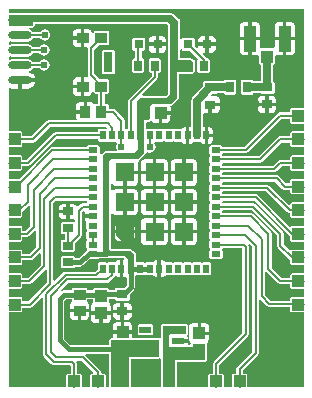
<source format=gtl>
G04 Layer_Physical_Order=1*
G04 Layer_Color=255*
%FSLAX25Y25*%
%MOIN*%
G70*
G01*
G75*
%ADD10R,0.04134X0.08661*%
%ADD11R,0.03937X0.04134*%
%ADD12R,0.03937X0.02362*%
%ADD13R,0.03543X0.02756*%
%ADD14R,0.03740X0.02953*%
%ADD15R,0.03937X0.03543*%
%ADD16R,0.03543X0.03937*%
%ADD17O,0.07874X0.02756*%
%ADD18R,0.04134X0.03937*%
%ADD19R,0.02756X0.03543*%
%ADD20R,0.02953X0.03740*%
%ADD21R,0.01968X0.03150*%
%ADD22R,0.03150X0.01968*%
%ADD23R,0.06299X0.06299*%
%ADD24R,0.03937X0.03937*%
%ADD25R,0.03150X0.06693*%
%ADD26R,0.03937X0.03543*%
%ADD27R,0.03150X0.03150*%
%ADD28C,0.01000*%
%ADD29C,0.01500*%
%ADD30C,0.01200*%
%ADD31C,0.00800*%
%ADD32C,0.02500*%
%ADD33C,0.00600*%
%ADD34C,0.00799*%
%ADD35R,0.03937X0.03937*%
%ADD36C,0.02400*%
G36*
X98425Y93169D02*
X94488D01*
X94029Y92979D01*
X93839Y92520D01*
Y91634D01*
X90551D01*
X90551Y91634D01*
X89786Y91316D01*
X89786Y91316D01*
X78644Y80174D01*
X71279D01*
X71129Y80535D01*
X70670Y80726D01*
X67520D01*
X67061Y80535D01*
X66871Y80076D01*
Y78108D01*
X66963Y77886D01*
X67035Y77517D01*
X66963Y77148D01*
X66871Y76927D01*
Y74958D01*
X67061Y74499D01*
X67061Y74236D01*
X66871Y73777D01*
Y71808D01*
X66963Y71587D01*
X67035Y71218D01*
X66963Y70849D01*
X66871Y70627D01*
Y68659D01*
X67061Y68200D01*
X67061Y67937D01*
X66871Y67478D01*
Y65509D01*
X67061Y65050D01*
X67061Y64787D01*
X66871Y64328D01*
Y62360D01*
X66963Y62138D01*
X67035Y61769D01*
X66963Y61400D01*
X66871Y61179D01*
Y59210D01*
X67061Y58751D01*
X67061Y58488D01*
X66871Y58029D01*
Y56060D01*
X67061Y55601D01*
X67061Y55339D01*
X66871Y54879D01*
Y52911D01*
X66963Y52689D01*
X67035Y52320D01*
X66963Y51951D01*
X66871Y51730D01*
Y49761D01*
X67061Y49302D01*
X67061Y49039D01*
X66871Y48580D01*
Y46612D01*
X66963Y46390D01*
X67035Y46021D01*
X66963Y45652D01*
X66871Y45430D01*
Y43462D01*
X67061Y43003D01*
X67520Y42813D01*
X70670D01*
X71129Y43003D01*
X71320Y43462D01*
Y45430D01*
X71228Y45652D01*
X71146Y46069D01*
X71444Y46514D01*
X77872D01*
X77930Y46456D01*
Y18132D01*
X68325Y8527D01*
X68008Y7762D01*
X68008Y7762D01*
Y4586D01*
X67122D01*
X66663Y4396D01*
X66473Y3937D01*
Y0D01*
X56149D01*
Y8351D01*
X65347D01*
X65466Y8400D01*
X65595D01*
X65687Y8491D01*
X65806Y8541D01*
X65855Y8660D01*
X65947Y8751D01*
X66138Y9213D01*
Y9343D01*
X66188Y9462D01*
X66149Y9554D01*
Y13500D01*
X66036Y13773D01*
Y14567D01*
X66028Y14588D01*
X66289Y15237D01*
X66291Y15238D01*
X66665Y16142D01*
Y20276D01*
X66291Y21180D01*
X65387Y21554D01*
X61450D01*
X60546Y21180D01*
X60171Y20276D01*
Y16142D01*
X60546Y15238D01*
X60548Y15237D01*
X60784Y14649D01*
X60591Y14149D01*
X59773D01*
X59660Y14319D01*
Y14909D01*
X56413D01*
Y16091D01*
X59660D01*
Y16681D01*
X59439Y17216D01*
X59459Y17224D01*
X59649Y17683D01*
Y20500D01*
X59459Y20959D01*
X59000Y21149D01*
X51500D01*
X51041Y20959D01*
X50851Y20500D01*
Y16521D01*
X50350Y16304D01*
X50000Y16449D01*
X41247D01*
Y17764D01*
X38000D01*
X34753D01*
Y16449D01*
X34200D01*
X33741Y16259D01*
X33551Y15800D01*
Y14107D01*
X20580D01*
X18461Y16226D01*
Y28686D01*
X19161Y29386D01*
X21030D01*
Y29075D01*
X21108Y28887D01*
X20916Y28266D01*
X20775Y28207D01*
X20401Y27304D01*
Y26122D01*
X26894D01*
Y27304D01*
X26520Y28207D01*
X26379Y28266D01*
X26187Y28887D01*
X26265Y29075D01*
Y29386D01*
X28133D01*
Y28386D01*
X28141Y28366D01*
X27880Y27716D01*
X27878Y27715D01*
X27504Y26811D01*
Y25335D01*
X33998D01*
Y26811D01*
X33623Y27715D01*
X33621Y27716D01*
X33360Y28366D01*
X33369Y28386D01*
Y29583D01*
X35335D01*
Y29567D01*
X35525Y29108D01*
X35984Y28918D01*
X39724D01*
X40183Y29108D01*
X40374Y29567D01*
Y30950D01*
X41782Y32359D01*
X41782Y32359D01*
X42210Y33392D01*
Y37083D01*
X42682Y37368D01*
X42766Y37362D01*
X42914Y37301D01*
X44883D01*
X45342Y37491D01*
X45605Y37491D01*
X46064Y37301D01*
X48032D01*
X48239Y37215D01*
X48309Y37046D01*
X49213Y36672D01*
X49607D01*
Y39525D01*
Y42378D01*
X49213D01*
X48309Y42004D01*
X48239Y41835D01*
X48032Y41749D01*
X46064D01*
X45605Y41559D01*
X45342Y41559D01*
X44883Y41749D01*
X42914D01*
X42432Y42090D01*
X42432Y44575D01*
X42408Y44633D01*
X42420Y44695D01*
X42315Y44856D01*
X42241Y45035D01*
X42183Y45059D01*
X42149Y45111D01*
X40945Y45936D01*
X40756Y45976D01*
X40578Y46049D01*
X34558Y46049D01*
X34149Y46459D01*
X34149Y57803D01*
X34649Y57902D01*
X34727Y57715D01*
X35631Y57341D01*
X38190D01*
Y61769D01*
Y66197D01*
X35631D01*
X34727Y65823D01*
X34649Y65636D01*
X34149Y65736D01*
Y67645D01*
X34649Y67745D01*
X34727Y67558D01*
X35631Y67184D01*
X38190D01*
Y71612D01*
X38780D01*
Y72202D01*
X43208D01*
Y74761D01*
X43114Y74989D01*
X43406Y75590D01*
X43528Y75641D01*
X45428Y77541D01*
X45618Y78000D01*
Y78103D01*
X46118Y78437D01*
X47048Y78052D01*
X48426Y78622D01*
X48996Y80000D01*
X48426Y81378D01*
X48644Y81813D01*
X48886Y81925D01*
X49213Y81789D01*
X51182D01*
X51641Y81979D01*
X51904Y81979D01*
X52363Y81789D01*
X54331D01*
X54791Y81979D01*
X55053Y81979D01*
X55513Y81789D01*
X57481D01*
X57688Y81703D01*
X57758Y81534D01*
X58662Y81160D01*
X59056D01*
Y84013D01*
Y86866D01*
X58662D01*
X57758Y86492D01*
X57688Y86323D01*
X57481Y86238D01*
X55513D01*
X55053Y86047D01*
X54791Y86047D01*
X54331Y86238D01*
X52363D01*
X51904Y86047D01*
X51641Y86047D01*
X51182Y86238D01*
X49213D01*
X48754Y86047D01*
X48491Y86047D01*
X48032Y86238D01*
X46064D01*
X46034Y86225D01*
X45618Y86503D01*
Y87966D01*
X45972Y88319D01*
X46379D01*
X46567Y88397D01*
X46764Y88446D01*
X47132Y88717D01*
X47706Y88638D01*
Y88638D01*
X47706Y88638D01*
X48610Y88263D01*
X50087D01*
Y91510D01*
X50677D01*
Y92101D01*
X54023D01*
Y93479D01*
X53919Y93729D01*
X54000Y93850D01*
X54459Y94041D01*
X56459Y96041D01*
X56649Y96500D01*
X56649Y104476D01*
X61100Y104476D01*
X61559Y104666D01*
X61959Y105066D01*
X62150Y105526D01*
X62149Y108600D01*
X62124Y108662D01*
X62137Y108727D01*
X62032Y108885D01*
X61959Y109059D01*
X61897Y109085D01*
X61860Y109140D01*
X61260Y109540D01*
X61075Y109577D01*
X60900Y109649D01*
X57146D01*
X57146Y112565D01*
X57646Y112664D01*
X57789Y112320D01*
X58248Y112130D01*
X60516D01*
X63153Y109493D01*
X63141Y109430D01*
X62950Y108971D01*
Y105427D01*
X63141Y104968D01*
X63600Y104778D01*
X66356D01*
X66815Y104968D01*
X67005Y105427D01*
Y108971D01*
X66815Y109430D01*
X66356Y109620D01*
X65886D01*
X65743Y109965D01*
X65743Y109965D01*
X64707Y111001D01*
X64914Y111501D01*
X65531D01*
Y113764D01*
X63269D01*
Y113146D01*
X62769Y112939D01*
X62047Y113661D01*
Y115929D01*
X61857Y116388D01*
X61398Y116579D01*
X58248D01*
X57789Y116388D01*
X57646Y116044D01*
X57146Y116144D01*
X57146Y122203D01*
X57136Y122228D01*
X57144Y122253D01*
X57042Y122454D01*
X56956Y122662D01*
X56931Y122673D01*
X56919Y122696D01*
X54823Y124493D01*
X54608Y124563D01*
X54400Y124649D01*
X47D01*
Y126000D01*
X98425D01*
Y93169D01*
D02*
G37*
G36*
X93839Y72835D02*
X94029Y72375D01*
X94488Y72185D01*
X98425D01*
Y69547D01*
X94488D01*
X94029Y69357D01*
X93839Y68898D01*
Y68011D01*
X92491D01*
X90094Y70408D01*
X89328Y70726D01*
X89328Y70726D01*
X71279D01*
X71129Y71087D01*
X71129Y71272D01*
X71465Y71710D01*
X88541D01*
X88541Y71710D01*
X89306Y72027D01*
X91000Y73721D01*
X93839D01*
Y72835D01*
D02*
G37*
G36*
X11418Y29765D02*
Y11000D01*
X11418Y11000D01*
X11735Y10235D01*
X14235Y7735D01*
X14235Y7735D01*
X15000Y7418D01*
X20539D01*
X20764Y7193D01*
Y4586D01*
X19878D01*
X19419Y4396D01*
X19229Y3937D01*
Y0D01*
X547D01*
X47Y500D01*
Y24941D01*
X3937D01*
X4396Y25131D01*
X4586Y25591D01*
Y26477D01*
X7028D01*
X7028Y26477D01*
X7793Y26794D01*
X10956Y29956D01*
X11418Y29765D01*
D02*
G37*
G36*
X7240Y60534D02*
Y53803D01*
X5701Y52263D01*
X4586D01*
Y53150D01*
X4396Y53609D01*
X3937Y53799D01*
X47D01*
Y56437D01*
X3937D01*
X4396Y56627D01*
X4586Y57087D01*
Y58587D01*
X6740Y60741D01*
X7240Y60534D01*
D02*
G37*
G36*
X32884Y86570D02*
X32644Y86119D01*
X32506Y86146D01*
X32284Y86238D01*
X30316D01*
X29857Y86047D01*
X29666Y85588D01*
Y85096D01*
X15710D01*
X15710Y85096D01*
X14945Y84779D01*
X14945Y84779D01*
X6052Y75885D01*
X4586D01*
Y76772D01*
X4396Y77231D01*
X3937Y77421D01*
X47D01*
Y80059D01*
X3937D01*
X4396Y80250D01*
X4586Y80709D01*
Y81595D01*
X8000D01*
X8000Y81595D01*
X8765Y81912D01*
X13771Y86918D01*
X32526D01*
X32884Y86570D01*
D02*
G37*
G36*
X92852Y58290D02*
X93617Y57973D01*
X93839Y57541D01*
Y57087D01*
X94029Y56627D01*
X94488Y56437D01*
X98425D01*
Y53799D01*
X94488D01*
X94029Y53609D01*
X93664Y53536D01*
X83091Y64109D01*
X82325Y64426D01*
X82325Y64426D01*
X71279D01*
X71129Y64787D01*
X71129Y64973D01*
X71465Y65411D01*
X85730D01*
X92852Y58290D01*
D02*
G37*
G36*
X89786Y34668D02*
X89786Y34668D01*
X90551Y34351D01*
X93839D01*
Y33465D01*
X94029Y33005D01*
X94488Y32815D01*
X98425D01*
Y30177D01*
X94488D01*
X94029Y29987D01*
X93839Y29528D01*
Y28937D01*
X87271D01*
X85405Y30803D01*
Y38395D01*
X85640Y38506D01*
X85905Y38548D01*
X89786Y34668D01*
D02*
G37*
G36*
X56497Y122203D02*
X56497Y109000D01*
X60900D01*
X61500Y108600D01*
X61500Y105526D01*
X61100Y105125D01*
X56000Y105125D01*
X56000Y96500D01*
X54000Y94500D01*
X47800D01*
X47100Y93651D01*
X47100Y89500D01*
X46379Y88968D01*
X44969Y88968D01*
Y82500D01*
Y78000D01*
X43069Y76100D01*
X34200Y76100D01*
X33500Y75400D01*
X33500Y46000D01*
X34100Y45400D01*
X40578Y45400D01*
X41782Y44575D01*
X41782Y37861D01*
X39765D01*
X39764Y42723D01*
X38788Y43700D01*
X31300Y43700D01*
X31300Y77163D01*
X32137Y78000D01*
X41930D01*
X43038Y79109D01*
X43005Y82500D01*
X42900D01*
Y95300D01*
X44100Y96500D01*
X52682Y96500D01*
X53683Y97697D01*
X53683Y105125D01*
X53683D01*
X53683Y121017D01*
X52800Y121900D01*
X8000Y121900D01*
X8000Y120854D01*
X7646Y120500D01*
X0Y120500D01*
X0Y124000D01*
X54400D01*
X56497Y122203D01*
D02*
G37*
G36*
X10740Y44588D02*
Y40803D01*
X6453Y36516D01*
X4586D01*
Y37402D01*
X4396Y37861D01*
X3937Y38051D01*
X47D01*
Y40689D01*
X3937D01*
X4396Y40879D01*
X4586Y41339D01*
Y42272D01*
X7323D01*
X7323Y42272D01*
X8088Y42589D01*
X10278Y44779D01*
X10740Y44588D01*
D02*
G37*
G36*
X93723Y50416D02*
X93723Y50416D01*
X93839Y50368D01*
Y49213D01*
X94029Y48753D01*
X94488Y48563D01*
X98425D01*
Y45925D01*
X94488D01*
X94029Y45735D01*
X93664Y45662D01*
X91634Y47692D01*
Y51181D01*
X91634Y51181D01*
X91316Y51947D01*
X91316Y51947D01*
X82303Y60960D01*
X81538Y61277D01*
X81538Y61277D01*
X71279D01*
X71129Y61638D01*
X71129Y61823D01*
X71465Y62261D01*
X81877D01*
X93723Y50416D01*
D02*
G37*
G36*
X12740Y39034D02*
Y34803D01*
X6579Y28641D01*
X4586D01*
Y29528D01*
X4396Y29987D01*
X3937Y30177D01*
X47D01*
Y32815D01*
X3937D01*
X4396Y33005D01*
X4586Y33465D01*
Y34351D01*
X6902D01*
X6902Y34351D01*
X7667Y34668D01*
X12240Y39241D01*
X12740Y39034D01*
D02*
G37*
G36*
X89469Y50733D02*
Y47244D01*
X89469Y47244D01*
X89786Y46479D01*
X93723Y42542D01*
X93723Y42542D01*
X93839Y42494D01*
Y41339D01*
X94029Y40879D01*
X94488Y40689D01*
X98425D01*
Y38051D01*
X94488D01*
X94029Y37861D01*
X93839Y37402D01*
Y36516D01*
X91000D01*
X87697Y39818D01*
Y51181D01*
X87697Y51181D01*
X87379Y51947D01*
X87379Y51947D01*
X81516Y57810D01*
X80751Y58127D01*
X80751Y58127D01*
X71279D01*
X71129Y58488D01*
X71129Y58674D01*
X71465Y59112D01*
X81090D01*
X89469Y50733D01*
D02*
G37*
G36*
X52531Y121250D02*
X53034Y120748D01*
X53034Y105125D01*
X53034Y105125D01*
X53034Y97933D01*
X52378Y97149D01*
X44802Y97149D01*
X44611Y97611D01*
X49514Y102515D01*
X49514Y102515D01*
X49831Y103280D01*
X49831Y103280D01*
Y104778D01*
X50127D01*
X50586Y104968D01*
X50776Y105427D01*
Y108971D01*
X50586Y109430D01*
X50127Y109620D01*
X47371D01*
X46912Y109430D01*
X46721Y108971D01*
Y105427D01*
X46912Y104968D01*
X47371Y104778D01*
X47666D01*
Y103729D01*
X39983Y96046D01*
X39666Y95280D01*
X39666Y95280D01*
Y86197D01*
X39305Y86047D01*
X39120Y86047D01*
X38682Y86383D01*
Y88901D01*
X38682Y88901D01*
X38365Y89666D01*
X38365Y89666D01*
X35415Y92616D01*
X34649Y92933D01*
X34649Y92933D01*
X33296D01*
Y93819D01*
X33106Y94279D01*
X32647Y94469D01*
X32003D01*
Y97811D01*
X32890D01*
X33349Y98001D01*
X33539Y98460D01*
Y102004D01*
X33349Y102463D01*
X32890Y102653D01*
X30378D01*
X28582Y104448D01*
Y112504D01*
X30031Y113953D01*
X32890D01*
X33349Y114143D01*
X33539Y114602D01*
Y118146D01*
X33349Y118605D01*
X32890Y118795D01*
X28953D01*
X28493Y118605D01*
X28336Y118225D01*
X28261Y118212D01*
X27911D01*
X27836Y118225D01*
X27494Y119049D01*
X26590Y119424D01*
X25212D01*
Y116374D01*
Y113324D01*
X26170D01*
X26418Y112953D01*
Y104000D01*
X26418Y104000D01*
X26508Y103782D01*
X26174Y103282D01*
X25212D01*
Y100232D01*
Y97182D01*
X26590D01*
X27494Y97556D01*
X27836Y98381D01*
X27911Y98394D01*
X28261D01*
X28336Y98381D01*
X28493Y98001D01*
X28953Y97811D01*
X29839D01*
Y94469D01*
X29103D01*
X28915Y94390D01*
X28294Y94582D01*
X28236Y94723D01*
X27332Y95098D01*
X26151D01*
Y91851D01*
X25560D01*
Y91260D01*
X22510D01*
Y89882D01*
X22669Y89498D01*
X22391Y89082D01*
X13323D01*
X13323Y89082D01*
X12558Y88765D01*
X12558Y88765D01*
X7552Y83760D01*
X4586D01*
Y84646D01*
X4396Y85105D01*
X3937Y85295D01*
X47D01*
Y99638D01*
X463Y99916D01*
X1264Y99584D01*
X3232D01*
Y102354D01*
X3823D01*
Y102945D01*
X8907D01*
X8341Y104313D01*
X6927Y104898D01*
Y105439D01*
X7896Y105841D01*
X8074Y106272D01*
X10311D01*
X10433Y105977D01*
X11811Y105406D01*
X13189Y105977D01*
X13759Y107354D01*
X13189Y108732D01*
X11811Y109303D01*
X10433Y108732D01*
X10311Y108437D01*
X8074D01*
X7896Y108868D01*
X6382Y109495D01*
X1264D01*
X463Y109164D01*
X47Y109441D01*
Y110267D01*
X463Y110545D01*
X1264Y110213D01*
X6382D01*
X7896Y110840D01*
X8119Y111380D01*
X10278D01*
X10445Y110977D01*
X11823Y110406D01*
X13201Y110977D01*
X13771Y112354D01*
X13201Y113732D01*
X11823Y114303D01*
X10445Y113732D01*
X10278Y113329D01*
X8119D01*
X7896Y113868D01*
X6382Y114495D01*
X1264D01*
X463Y114164D01*
X47Y114441D01*
Y115267D01*
X463Y115545D01*
X1264Y115213D01*
X6382D01*
X7896Y115840D01*
X8074Y116272D01*
X10500D01*
X10622Y115977D01*
X12000Y115406D01*
X13378Y115977D01*
X13948Y117354D01*
X13378Y118732D01*
X12000Y119303D01*
X10622Y118732D01*
X10500Y118437D01*
X8074D01*
X7896Y118868D01*
X6731Y119351D01*
X6831Y119851D01*
X7646D01*
X8106Y120041D01*
X8459Y120394D01*
X8649Y120853D01*
X8729Y120976D01*
X9003Y121251D01*
X52531Y121250D01*
D02*
G37*
G36*
X81227Y46728D02*
Y11872D01*
X76199Y6844D01*
X75882Y6079D01*
X75882Y6079D01*
Y4586D01*
X74996D01*
X74537Y4396D01*
X74347Y3937D01*
Y0D01*
X71709D01*
Y3937D01*
X71518Y4396D01*
X71059Y4586D01*
X70173D01*
Y7314D01*
X79777Y16918D01*
X79777Y16918D01*
X80094Y17683D01*
X80094Y17683D01*
Y46904D01*
X80094Y46904D01*
X79918Y47330D01*
X80342Y47613D01*
X81227Y46728D01*
D02*
G37*
G36*
X86057Y27089D02*
X86058Y27089D01*
X86823Y26772D01*
X93839D01*
Y25591D01*
X94029Y25131D01*
X94488Y24941D01*
X98425D01*
Y0D01*
X79583D01*
Y3937D01*
X79392Y4396D01*
X78933Y4586D01*
X78047D01*
Y5631D01*
X83075Y10659D01*
X83075Y10659D01*
X83392Y11424D01*
X83392Y11424D01*
Y29047D01*
X83892Y29254D01*
X86057Y27089D01*
D02*
G37*
G36*
X50000Y10198D02*
X49601Y9955D01*
X40000Y9955D01*
Y-0D01*
X34200D01*
Y15800D01*
X35640D01*
X36031Y15638D01*
X39968D01*
X40360Y15800D01*
X50000D01*
Y10198D01*
D02*
G37*
G36*
X59000Y17683D02*
X53683D01*
X53500Y17500D01*
Y13500D01*
X65500D01*
Y9500D01*
X65538Y9462D01*
X65347Y9000D01*
X55500D01*
Y0D01*
X51500D01*
Y13500D01*
Y20500D01*
X59000D01*
Y17683D01*
D02*
G37*
G36*
X28166Y5048D02*
X27974Y4586D01*
X27752D01*
X27293Y4396D01*
X27103Y3937D01*
Y0D01*
X24464D01*
Y3937D01*
X24274Y4396D01*
X23815Y4586D01*
X22929D01*
Y7641D01*
X22929Y7641D01*
X22612Y8406D01*
X22798Y8868D01*
X22799Y8872D01*
X24342D01*
X28166Y5048D01*
D02*
G37*
G36*
X33551Y0D02*
X32338D01*
Y3937D01*
X32148Y4396D01*
X31689Y4586D01*
X31018D01*
X30803Y5024D01*
X30486Y5790D01*
X30486Y5790D01*
X25591Y10684D01*
X25608Y10851D01*
X25741Y11184D01*
X33551D01*
Y0D01*
D02*
G37*
G36*
X50851Y9353D02*
Y4241D01*
X50725Y3937D01*
Y0D01*
X40649D01*
Y9305D01*
X49601Y9305D01*
X49764Y9373D01*
X49938Y9400D01*
X50338Y9643D01*
X50351Y9661D01*
X50427Y9662D01*
X50851Y9353D01*
D02*
G37*
G36*
X93839Y88583D02*
X94029Y88124D01*
X94488Y87933D01*
X98425D01*
Y85295D01*
X94488D01*
X94029Y85105D01*
X93839Y84646D01*
Y83760D01*
X90551D01*
X90551Y83760D01*
X89786Y83442D01*
X83368Y77025D01*
X71279D01*
X71129Y77386D01*
X71129Y77571D01*
X71465Y78010D01*
X79092D01*
X79092Y78010D01*
X79857Y78327D01*
X91000Y89469D01*
X93839D01*
Y88583D01*
D02*
G37*
G36*
X26116Y61901D02*
X26116Y61715D01*
X25781Y61277D01*
X24663D01*
X24663Y61277D01*
X23898Y60960D01*
X23897Y60960D01*
X23271Y60333D01*
X22681Y60451D01*
X22498Y60892D01*
X21595Y61267D01*
X20413D01*
Y58610D01*
Y55954D01*
X21595D01*
X21686Y55992D01*
X22126Y55698D01*
Y55333D01*
X21732Y55069D01*
X21595Y55126D01*
X18051D01*
X17592Y54936D01*
X17402Y54476D01*
Y51720D01*
X17592Y51261D01*
X18051Y51071D01*
X18740D01*
Y49204D01*
X18051D01*
X17592Y49013D01*
X17402Y48554D01*
Y45798D01*
X17592Y45339D01*
X18051Y45149D01*
X21595D01*
X22054Y45339D01*
X22244Y45798D01*
Y48066D01*
X24088Y49911D01*
X24088Y49911D01*
X24405Y50676D01*
X24405Y50676D01*
Y58406D01*
X24807Y58807D01*
X25068Y58782D01*
X25388Y58248D01*
X25297Y58029D01*
Y57635D01*
X28150D01*
Y56454D01*
X25297D01*
Y56060D01*
X25672Y55156D01*
X25840Y55087D01*
X25926Y54879D01*
Y52911D01*
X26018Y52689D01*
X26090Y52320D01*
X26018Y51951D01*
X25926Y51730D01*
Y49761D01*
X26116Y49302D01*
X26116Y49039D01*
X25926Y48580D01*
Y46612D01*
X26018Y46390D01*
X26116Y45890D01*
X26008Y45629D01*
X25647Y45480D01*
X23293Y43126D01*
X22209D01*
X22054Y43501D01*
X21595Y43692D01*
X18051D01*
X17592Y43501D01*
X17402Y43042D01*
Y40286D01*
X17592Y39827D01*
X18051Y39637D01*
X21595D01*
X22054Y39827D01*
X22209Y40203D01*
X23899D01*
X23899Y40203D01*
X24932Y40631D01*
X27114Y42813D01*
X29725D01*
X30141Y42985D01*
X32454D01*
X32612Y43051D01*
X38302Y43051D01*
X38466Y42878D01*
X38421Y42667D01*
X38190Y42382D01*
Y39525D01*
Y36672D01*
X38583D01*
X38872Y36791D01*
X39288Y36514D01*
Y33997D01*
X38460Y33169D01*
X35984D01*
X35525Y32979D01*
X35335Y32520D01*
Y32505D01*
X33369D01*
Y32520D01*
X33178Y32979D01*
X32719Y33169D01*
X28782D01*
X28323Y32979D01*
X28133Y32520D01*
Y32308D01*
X26265D01*
Y32618D01*
X26075Y33078D01*
X25616Y33268D01*
X21679D01*
X21220Y33078D01*
X21030Y32618D01*
Y32308D01*
X18555D01*
X18555Y32308D01*
X17686Y31948D01*
X17403Y32372D01*
X19948Y34918D01*
X32941D01*
X32941Y34918D01*
X33707Y35235D01*
X35215Y36743D01*
X35215Y36743D01*
X35258Y36846D01*
X35770Y37022D01*
X36615Y36672D01*
X37009D01*
Y39525D01*
Y42378D01*
X36615D01*
X35711Y42004D01*
X35641Y41835D01*
X35434Y41749D01*
X33465D01*
X33244Y41658D01*
X32875Y41585D01*
X32506Y41658D01*
X32284Y41749D01*
X30316D01*
X29857Y41559D01*
X29666Y41100D01*
Y39422D01*
X28827Y38582D01*
X19000D01*
X18624Y38427D01*
X18245Y38276D01*
X15366Y35475D01*
X14905Y35669D01*
Y61406D01*
X15761Y62261D01*
X25967D01*
X26116Y61901D01*
D02*
G37*
G36*
X9240Y52034D02*
Y46803D01*
X6875Y44437D01*
X4586D01*
Y45276D01*
X4396Y45735D01*
X3937Y45925D01*
X47D01*
Y48563D01*
X3937D01*
X4396Y48753D01*
X4586Y49213D01*
Y50099D01*
X6150D01*
X6150Y50099D01*
X6915Y50416D01*
X8740Y52241D01*
X9240Y52034D01*
D02*
G37*
G36*
X93839Y80709D02*
X94029Y80249D01*
X94488Y80059D01*
X98425D01*
Y77421D01*
X94488D01*
X94029Y77231D01*
X93839Y76772D01*
Y75885D01*
X90551D01*
X90551Y75886D01*
X89786Y75568D01*
X89786Y75568D01*
X88092Y73875D01*
X71279D01*
X71129Y74236D01*
X71129Y74422D01*
X71465Y74860D01*
X83816D01*
X83816Y74860D01*
X84582Y75177D01*
X91000Y81595D01*
X93839D01*
Y80709D01*
D02*
G37*
G36*
X29666Y82438D02*
X29857Y81979D01*
X30316Y81789D01*
X32284D01*
X32506Y81881D01*
X32875Y81953D01*
X33244Y81881D01*
X33465Y81789D01*
X35434D01*
X35655Y81881D01*
X35759Y81901D01*
X35940Y81754D01*
X36217Y81378D01*
X35646Y80000D01*
X36033Y79065D01*
X35756Y78649D01*
X32137D01*
X31678Y78459D01*
X30986Y77767D01*
X30460Y77733D01*
X30358Y77763D01*
X30279Y77865D01*
X30283Y77886D01*
X30375Y78108D01*
Y80076D01*
X30184Y80535D01*
X29725Y80726D01*
X26576D01*
X26116Y80535D01*
X25967Y80174D01*
X14560D01*
X14560Y80174D01*
X13795Y79857D01*
X13795Y79857D01*
X3485Y69547D01*
X47D01*
Y72185D01*
X3937D01*
X4396Y72375D01*
X4586Y72835D01*
Y73721D01*
X6500D01*
X6500Y73721D01*
X7265Y74038D01*
X16158Y82931D01*
X29666D01*
Y82438D01*
D02*
G37*
G36*
X91277Y66164D02*
X92042Y65847D01*
X92042Y65847D01*
X93839D01*
Y64961D01*
X94029Y64501D01*
X94488Y64311D01*
X98425D01*
Y61673D01*
X94488D01*
X94029Y61483D01*
X93839Y61024D01*
Y61017D01*
X93377Y60826D01*
X86944Y67259D01*
X86179Y67576D01*
X86178Y67576D01*
X71279D01*
X71129Y67937D01*
X71129Y68123D01*
X71465Y68561D01*
X88880D01*
X91277Y66164D01*
D02*
G37*
%LPC*%
G36*
X48032Y56355D02*
X45473D01*
X44569Y55980D01*
X44195Y55076D01*
Y52517D01*
X48032D01*
Y56355D01*
D02*
G37*
G36*
X57875D02*
X55316D01*
X54412Y55980D01*
X54037Y55076D01*
Y52517D01*
X57875D01*
Y56355D01*
D02*
G37*
G36*
X35631Y54130D02*
X35533Y53895D01*
Y52517D01*
X35631D01*
Y54130D01*
D02*
G37*
G36*
X43208Y61179D02*
X39371D01*
Y57341D01*
X41930D01*
X42834Y57715D01*
X43208Y58619D01*
Y61179D01*
D02*
G37*
G36*
X53051D02*
X49213D01*
Y57341D01*
X51772D01*
X52676Y57715D01*
X53051Y58619D01*
Y61179D01*
D02*
G37*
G36*
X48032D02*
X44195D01*
Y58619D01*
X44569Y57715D01*
X45473Y57341D01*
X48032D01*
Y61179D01*
D02*
G37*
G36*
X40749Y55173D02*
X39371D01*
Y55076D01*
X40984D01*
X40749Y55173D01*
D02*
G37*
G36*
X61615Y56355D02*
X59056D01*
Y52517D01*
X62893D01*
Y55076D01*
X62519Y55980D01*
X61615Y56355D01*
D02*
G37*
G36*
X51772D02*
X49213D01*
Y52517D01*
X53051D01*
Y55076D01*
X52676Y55980D01*
X51772Y56355D01*
D02*
G37*
G36*
X38190Y55173D02*
X36812D01*
X36577Y55076D01*
X38190D01*
Y55173D01*
D02*
G37*
G36*
X41930Y54130D02*
Y52517D01*
X42027D01*
Y53895D01*
X41930Y54130D01*
D02*
G37*
G36*
X42027Y51336D02*
X41930D01*
Y49723D01*
X42027Y49958D01*
Y51336D01*
D02*
G37*
G36*
X26894Y24941D02*
X24238D01*
Y22482D01*
X25616D01*
X26520Y22856D01*
X26894Y23760D01*
Y24941D01*
D02*
G37*
G36*
X23057D02*
X20401D01*
Y23760D01*
X20775Y22856D01*
X21679Y22482D01*
X23057D01*
Y24941D01*
D02*
G37*
G36*
X41003Y24745D02*
X38445D01*
Y22580D01*
X39724D01*
X40628Y22955D01*
X41003Y23859D01*
Y24745D01*
D02*
G37*
G36*
X37264D02*
X34706D01*
Y23859D01*
X35080Y22955D01*
X35984Y22580D01*
X37264D01*
Y24745D01*
D02*
G37*
G36*
X33998Y24154D02*
X31341D01*
Y21399D01*
X32719D01*
X33623Y21774D01*
X33998Y22678D01*
Y24154D01*
D02*
G37*
G36*
X37409Y21700D02*
X36031D01*
X35127Y21325D01*
X34753Y20421D01*
Y18945D01*
X37409D01*
Y21700D01*
D02*
G37*
G36*
X47555Y21071D02*
X43618D01*
X43159Y20880D01*
X42969Y20421D01*
Y18059D01*
X43159Y17600D01*
X43618Y17410D01*
X47555D01*
X48014Y17600D01*
X48205Y18059D01*
Y20421D01*
X48014Y20880D01*
X47555Y21071D01*
D02*
G37*
G36*
X30160Y24154D02*
X27504D01*
Y22678D01*
X27878Y21774D01*
X28782Y21399D01*
X30160D01*
Y24154D01*
D02*
G37*
G36*
X39968Y21700D02*
X38590D01*
Y18945D01*
X41247D01*
Y20421D01*
X40872Y21325D01*
X39968Y21700D01*
D02*
G37*
G36*
X62893Y51336D02*
X59056D01*
Y47499D01*
X61615D01*
X62519Y47873D01*
X62893Y48777D01*
Y51336D01*
D02*
G37*
G36*
X57875D02*
X54037D01*
Y48777D01*
X54412Y47873D01*
X55316Y47499D01*
X57875D01*
Y51336D01*
D02*
G37*
G36*
X40984Y48777D02*
X39371D01*
Y48680D01*
X40749D01*
X40984Y48777D01*
D02*
G37*
G36*
X35631Y51336D02*
X35533D01*
Y49958D01*
X35908Y49054D01*
X36812Y48680D01*
X38190D01*
Y48777D01*
X37599D01*
X35631Y50745D01*
Y51336D01*
D02*
G37*
G36*
X53051D02*
X49213D01*
Y47499D01*
X51772D01*
X52676Y47873D01*
X53051Y48777D01*
Y51336D01*
D02*
G37*
G36*
X39724Y28090D02*
X38445D01*
Y25926D01*
X41003D01*
Y26811D01*
X40628Y27715D01*
X39724Y28090D01*
D02*
G37*
G36*
X37264D02*
X35984D01*
X35080Y27715D01*
X34706Y26811D01*
Y25926D01*
X37264D01*
Y28090D01*
D02*
G37*
G36*
X48032Y51336D02*
X44195D01*
Y48777D01*
X44569Y47873D01*
X45473Y47499D01*
X48032D01*
Y51336D01*
D02*
G37*
G36*
X51182Y42378D02*
X50788D01*
Y39525D01*
Y36672D01*
X51182D01*
X52086Y37046D01*
X52156Y37215D01*
X52363Y37301D01*
X54331D01*
X54553Y37393D01*
X54922Y37465D01*
X55291Y37393D01*
X55513Y37301D01*
X57481D01*
X57703Y37393D01*
X58072Y37465D01*
X58441Y37393D01*
X58662Y37301D01*
X60631D01*
X60852Y37393D01*
X61221Y37465D01*
X61590Y37393D01*
X61812Y37301D01*
X63780D01*
X64002Y37393D01*
X64371Y37465D01*
X64740Y37393D01*
X64961Y37301D01*
X66930D01*
X67389Y37491D01*
X67579Y37950D01*
Y41100D01*
X67389Y41559D01*
X66930Y41749D01*
X64961D01*
X64740Y41658D01*
X64371Y41585D01*
X64002Y41658D01*
X63780Y41749D01*
X61812D01*
X61590Y41658D01*
X61221Y41585D01*
X60852Y41658D01*
X60631Y41749D01*
X58662D01*
X58441Y41658D01*
X58072Y41585D01*
X57703Y41658D01*
X57481Y41749D01*
X55513D01*
X55291Y41658D01*
X54922Y41585D01*
X54553Y41658D01*
X54331Y41749D01*
X52363D01*
X52156Y41835D01*
X52086Y42004D01*
X51182Y42378D01*
D02*
G37*
G36*
X57875Y61179D02*
X54037D01*
Y58619D01*
X54412Y57715D01*
X55316Y57341D01*
X57875D01*
Y61179D01*
D02*
G37*
G36*
X79781Y115650D02*
X77026D01*
Y111909D01*
X77401Y111005D01*
X78304Y110631D01*
X79781D01*
Y115650D01*
D02*
G37*
G36*
X95331D02*
X92576D01*
Y110631D01*
X94053D01*
X94957Y111005D01*
X95331Y111909D01*
Y115650D01*
D02*
G37*
G36*
X87993Y97046D02*
X86714D01*
Y94882D01*
X89272D01*
Y95768D01*
X88897Y96672D01*
X87993Y97046D01*
D02*
G37*
G36*
X75280Y102493D02*
X72327D01*
X71868Y102303D01*
X71732Y101976D01*
X69337D01*
X69062Y102090D01*
X65322D01*
X64863Y101899D01*
X64673Y101440D01*
Y100276D01*
X61380Y96984D01*
X60794Y95568D01*
Y86975D01*
X60631Y86866D01*
X60237D01*
Y84013D01*
Y81160D01*
X60631D01*
X61535Y81534D01*
X61604Y81703D01*
X61812Y81789D01*
X63780D01*
X63988Y81703D01*
X64057Y81534D01*
X64961Y81160D01*
X65355D01*
Y84013D01*
Y86866D01*
X64961D01*
X64798Y86975D01*
Y91267D01*
X65214Y91545D01*
X65322Y91500D01*
X66602D01*
Y94255D01*
X67192D01*
Y94846D01*
X70341D01*
Y95732D01*
X69966Y96636D01*
X69062Y97010D01*
X67723D01*
X67532Y97472D01*
X67898Y97838D01*
X69062D01*
X69383Y97971D01*
X71732D01*
X71868Y97644D01*
X72327Y97454D01*
X75280D01*
X75739Y97644D01*
X75929Y98103D01*
Y101843D01*
X75739Y102303D01*
X75280Y102493D01*
D02*
G37*
G36*
X68975Y113764D02*
X66713D01*
Y111501D01*
X67697D01*
X68601Y111876D01*
X68975Y112779D01*
Y113764D01*
D02*
G37*
G36*
X82438Y121849D02*
X80962D01*
Y116831D01*
X83717D01*
Y120571D01*
X83342Y121475D01*
X82438Y121849D01*
D02*
G37*
G36*
X79781D02*
X78304D01*
X77401Y121475D01*
X77026Y120571D01*
Y116831D01*
X79781D01*
Y121849D01*
D02*
G37*
G36*
X91395D02*
X89919D01*
X89015Y121475D01*
X88640Y120571D01*
Y116831D01*
X91395D01*
Y121849D01*
D02*
G37*
G36*
X94053D02*
X92576D01*
Y116831D01*
X95331D01*
Y120571D01*
X94957Y121475D01*
X94053Y121849D01*
D02*
G37*
G36*
X67697Y117208D02*
X66713D01*
Y114945D01*
X68975D01*
Y115929D01*
X68601Y116833D01*
X67697Y117208D01*
D02*
G37*
G36*
X91395Y115650D02*
X88640D01*
Y113289D01*
X88147Y112953D01*
X84210D01*
X83717Y113289D01*
Y115650D01*
X80962D01*
Y110631D01*
X82438D01*
X83061Y110889D01*
X83561Y110570D01*
Y108169D01*
X83751Y107710D01*
X84121Y107557D01*
Y102071D01*
X83891Y101976D01*
X81583D01*
X81448Y102303D01*
X80988Y102493D01*
X78036D01*
X77576Y102303D01*
X77386Y101843D01*
Y98103D01*
X77576Y97644D01*
X78036Y97454D01*
X80988D01*
X81448Y97644D01*
X81583Y97971D01*
X84020D01*
X84253Y97874D01*
X87993D01*
X88453Y98064D01*
X88643Y98524D01*
Y101476D01*
X88453Y101936D01*
X88126Y102071D01*
Y107520D01*
X88147D01*
X88606Y107710D01*
X88797Y108169D01*
Y110570D01*
X89297Y110889D01*
X89919Y110631D01*
X91395D01*
Y115650D01*
D02*
G37*
G36*
X65531Y117208D02*
X64547D01*
X63643Y116833D01*
X63269Y115929D01*
Y114945D01*
X65531D01*
Y117208D01*
D02*
G37*
G36*
X85533Y97046D02*
X84253D01*
X83349Y96672D01*
X82975Y95768D01*
Y94882D01*
X85533D01*
Y97046D01*
D02*
G37*
G36*
X43208Y71021D02*
X39371D01*
Y67184D01*
X41930D01*
X42834Y67558D01*
X43208Y68462D01*
Y71021D01*
D02*
G37*
G36*
X61615Y66197D02*
X59056D01*
Y62360D01*
X62893D01*
Y64919D01*
X62519Y65823D01*
X61615Y66197D01*
D02*
G37*
G36*
X48032Y71021D02*
X44195D01*
Y68462D01*
X44569Y67558D01*
X45473Y67184D01*
X48032D01*
Y71021D01*
D02*
G37*
G36*
X57875D02*
X54037D01*
Y68462D01*
X54412Y67558D01*
X55316Y67184D01*
X57875D01*
Y71021D01*
D02*
G37*
G36*
X53051D02*
X49213D01*
Y67184D01*
X51772D01*
X52676Y67558D01*
X53051Y68462D01*
Y71021D01*
D02*
G37*
G36*
X51772Y66197D02*
X49213D01*
Y62360D01*
X53051D01*
Y64919D01*
X52676Y65823D01*
X51772Y66197D01*
D02*
G37*
G36*
X62893Y61179D02*
X59056D01*
Y57341D01*
X61615D01*
X62519Y57715D01*
X62893Y58619D01*
Y61179D01*
D02*
G37*
G36*
X48032Y66197D02*
X45473D01*
X44569Y65823D01*
X44195Y64919D01*
Y62360D01*
X48032D01*
Y66197D01*
D02*
G37*
G36*
X41930D02*
X39371D01*
Y62360D01*
X43208D01*
Y64919D01*
X42834Y65823D01*
X41930Y66197D01*
D02*
G37*
G36*
X57875D02*
X55316D01*
X54412Y65823D01*
X54037Y64919D01*
Y62360D01*
X57875D01*
Y66197D01*
D02*
G37*
G36*
X62893Y71021D02*
X59056D01*
Y67184D01*
X61615D01*
X62519Y67558D01*
X62893Y68462D01*
Y71021D01*
D02*
G37*
G36*
X70341Y93665D02*
X67783D01*
Y91500D01*
X69062D01*
X69966Y91875D01*
X70341Y92779D01*
Y93665D01*
D02*
G37*
G36*
X54023Y90920D02*
X51268D01*
Y88263D01*
X52744D01*
X53648Y88638D01*
X54023Y89542D01*
Y90920D01*
D02*
G37*
G36*
X85533Y93701D02*
X82975D01*
Y92815D01*
X83349Y91911D01*
X84253Y91536D01*
X85533D01*
Y93701D01*
D02*
G37*
G36*
X89272D02*
X86714D01*
Y91536D01*
X87993D01*
X88897Y91911D01*
X89272Y92815D01*
Y93701D01*
D02*
G37*
G36*
X66930Y86866D02*
X66536D01*
Y84604D01*
X68208D01*
Y85588D01*
X67834Y86492D01*
X66930Y86866D01*
D02*
G37*
G36*
X57875Y76040D02*
X55316D01*
X54412Y75665D01*
X54037Y74761D01*
Y72202D01*
X57875D01*
Y76040D01*
D02*
G37*
G36*
X48032D02*
X45473D01*
X44569Y75665D01*
X44195Y74761D01*
Y72202D01*
X48032D01*
Y76040D01*
D02*
G37*
G36*
X51772D02*
X49213D01*
Y72202D01*
X53051D01*
Y74761D01*
X52676Y75665D01*
X51772Y76040D01*
D02*
G37*
G36*
X68208Y83423D02*
X66536D01*
Y81160D01*
X66930D01*
X67834Y81534D01*
X68208Y82438D01*
Y83423D01*
D02*
G37*
G36*
X61615Y76040D02*
X59056D01*
Y72202D01*
X62893D01*
Y74761D01*
X62519Y75665D01*
X61615Y76040D01*
D02*
G37*
G36*
X44898Y116579D02*
X41748D01*
X41289Y116388D01*
X41099Y115929D01*
Y112779D01*
X41289Y112320D01*
X41748Y112130D01*
X42155D01*
Y109620D01*
X41859D01*
X41400Y109430D01*
X41210Y108971D01*
Y105427D01*
X41400Y104968D01*
X41859Y104778D01*
X44615D01*
X45074Y104968D01*
X45264Y105427D01*
Y108971D01*
X45074Y109430D01*
X44615Y109620D01*
X44319D01*
Y112130D01*
X44898D01*
X45357Y112320D01*
X45547Y112779D01*
Y115929D01*
X45357Y116388D01*
X44898Y116579D01*
D02*
G37*
G36*
X52475Y113764D02*
X50213D01*
Y111501D01*
X51197D01*
X52101Y111876D01*
X52475Y112779D01*
Y113764D01*
D02*
G37*
G36*
X49031D02*
X46769D01*
Y112779D01*
X47143Y111876D01*
X48047Y111501D01*
X49031D01*
Y113764D01*
D02*
G37*
G36*
X34858Y112299D02*
X31708D01*
X31249Y112109D01*
X31059Y111649D01*
Y104956D01*
X31249Y104497D01*
X31708Y104307D01*
X34858D01*
X35317Y104497D01*
X35508Y104956D01*
Y111649D01*
X35317Y112109D01*
X34858Y112299D01*
D02*
G37*
G36*
X24031Y99642D02*
X21375D01*
Y98460D01*
X21749Y97556D01*
X22653Y97182D01*
X24031D01*
Y99642D01*
D02*
G37*
G36*
X8907Y101764D02*
X4413D01*
Y99584D01*
X6382D01*
X8341Y100396D01*
X8907Y101764D01*
D02*
G37*
G36*
X24031Y103282D02*
X22653D01*
X21749Y102908D01*
X21375Y102004D01*
Y100823D01*
X24031D01*
Y103282D01*
D02*
G37*
G36*
X24031Y119424D02*
X22653D01*
X21749Y119049D01*
X21375Y118146D01*
Y116964D01*
X24031D01*
Y119424D01*
D02*
G37*
G36*
Y115783D02*
X21375D01*
Y114602D01*
X21749Y113698D01*
X22653Y113324D01*
X24031D01*
Y115783D01*
D02*
G37*
G36*
X49031Y117208D02*
X48047D01*
X47143Y116833D01*
X46769Y115929D01*
Y114945D01*
X49031D01*
Y117208D01*
D02*
G37*
G36*
X51197D02*
X50213D01*
Y114945D01*
X52475D01*
Y115929D01*
X52101Y116833D01*
X51197Y117208D01*
D02*
G37*
G36*
X24970Y95098D02*
X23788D01*
X22884Y94723D01*
X22510Y93819D01*
Y92441D01*
X24970D01*
Y95098D01*
D02*
G37*
G36*
X19232Y58020D02*
X16773D01*
Y57232D01*
X17147Y56328D01*
X18051Y55954D01*
X19232D01*
Y58020D01*
D02*
G37*
G36*
Y61267D02*
X18051D01*
X17147Y60892D01*
X16773Y59988D01*
Y59201D01*
X19232D01*
Y61267D01*
D02*
G37*
%LPD*%
D10*
X80371Y116240D02*
D03*
X91986D02*
D03*
D11*
X86179Y110236D02*
D03*
X63418Y12500D02*
D03*
Y18209D02*
D03*
X38000Y12646D02*
D03*
Y18354D02*
D03*
X30751Y30453D02*
D03*
Y24745D02*
D03*
D12*
X56413Y11760D02*
D03*
Y15500D02*
D03*
Y19240D02*
D03*
X45587D02*
D03*
Y11760D02*
D03*
D13*
X19823Y41664D02*
D03*
Y47176D02*
D03*
Y58610D02*
D03*
Y53098D02*
D03*
D14*
X67192Y99964D02*
D03*
Y94255D02*
D03*
X37854Y31044D02*
D03*
Y25335D02*
D03*
X86123Y100000D02*
D03*
Y94291D02*
D03*
D15*
X23647Y30847D02*
D03*
Y25532D02*
D03*
D16*
X25560Y91851D02*
D03*
X30875D02*
D03*
D17*
X3823Y102354D02*
D03*
Y107354D02*
D03*
Y112354D02*
D03*
Y117354D02*
D03*
Y122354D02*
D03*
D18*
X44969Y91510D02*
D03*
X50677D02*
D03*
D19*
X43237Y107199D02*
D03*
X48749D02*
D03*
X64978Y107199D02*
D03*
X59466D02*
D03*
D20*
X79512Y99973D02*
D03*
X73803D02*
D03*
D21*
X31300Y39525D02*
D03*
X34450D02*
D03*
X37599D02*
D03*
X40749D02*
D03*
X43898D02*
D03*
X47048D02*
D03*
X50198D02*
D03*
X53347D02*
D03*
X56497D02*
D03*
X59646D02*
D03*
X62796D02*
D03*
X65946D02*
D03*
Y84013D02*
D03*
X62796D02*
D03*
X59646D02*
D03*
X56497D02*
D03*
X53347D02*
D03*
X50198D02*
D03*
X47048D02*
D03*
X43898D02*
D03*
X40749D02*
D03*
X37599D02*
D03*
X34450D02*
D03*
X31300D02*
D03*
D22*
X69095Y44446D02*
D03*
Y47596D02*
D03*
Y50745D02*
D03*
Y53895D02*
D03*
Y57045D02*
D03*
Y60194D02*
D03*
Y63344D02*
D03*
Y66493D02*
D03*
Y69643D02*
D03*
Y72793D02*
D03*
Y75942D02*
D03*
Y79092D02*
D03*
X28150D02*
D03*
Y75942D02*
D03*
Y72793D02*
D03*
Y69643D02*
D03*
Y66493D02*
D03*
Y63344D02*
D03*
Y60194D02*
D03*
Y57045D02*
D03*
Y53895D02*
D03*
Y50745D02*
D03*
Y47596D02*
D03*
Y44446D02*
D03*
D23*
X38780Y61769D02*
D03*
Y71612D02*
D03*
X48623Y51927D02*
D03*
Y61769D02*
D03*
Y71612D02*
D03*
X58465Y51927D02*
D03*
Y61769D02*
D03*
Y71612D02*
D03*
D24*
X38780Y51927D02*
D03*
X1969Y90551D02*
D03*
Y82677D02*
D03*
Y74803D02*
D03*
Y66929D02*
D03*
Y59055D02*
D03*
Y51181D02*
D03*
Y43307D02*
D03*
Y35433D02*
D03*
Y27559D02*
D03*
Y19685D02*
D03*
X96457D02*
D03*
Y27559D02*
D03*
Y35433D02*
D03*
Y43307D02*
D03*
Y51181D02*
D03*
Y59055D02*
D03*
Y66929D02*
D03*
Y74803D02*
D03*
Y82677D02*
D03*
Y90551D02*
D03*
D25*
X33283Y108303D02*
D03*
D26*
X30921Y116374D02*
D03*
Y100232D02*
D03*
X24622Y116374D02*
D03*
Y100232D02*
D03*
D27*
X49622Y114354D02*
D03*
X43323D02*
D03*
X59823D02*
D03*
X66122D02*
D03*
D28*
X72677Y18209D02*
X74823Y20354D01*
X62323Y25354D02*
X63418Y24259D01*
Y18209D02*
X72677D01*
X37595Y12240D02*
X38075Y11760D01*
X63418Y18209D02*
Y24259D01*
X43898Y84013D02*
Y90440D01*
D29*
X30554Y31044D02*
X37854D01*
X40749Y39525D02*
X43898D01*
X23647Y30847D02*
X30357D01*
X38400Y31044D02*
X40749Y33392D01*
Y39525D01*
X18555Y30847D02*
X23647D01*
X43898Y39525D02*
X47048D01*
X28150Y44446D02*
X32454D01*
X23899Y41664D02*
X26681Y44446D01*
X19823Y41664D02*
X23899D01*
X19975Y12646D02*
X38000D01*
X17000Y15621D02*
X19975Y12646D01*
X17000Y15621D02*
Y29292D01*
X18555Y30847D01*
D30*
X30357D02*
X30554Y31044D01*
X61986Y18209D02*
X63418D01*
X37854Y31044D02*
X38400D01*
X26681Y44446D02*
X28150D01*
D31*
X14100Y30600D02*
X19500Y36000D01*
X14100Y11700D02*
Y30600D01*
X15955Y9955D02*
X24790D01*
X37599Y80005D02*
Y84013D01*
X67192Y99964D02*
X67202Y99973D01*
X86123Y110181D02*
X86179Y110236D01*
X86097Y99973D02*
X86123Y100000D01*
X47048Y80000D02*
Y84013D01*
X37595Y80000D02*
X37599Y80005D01*
X3823Y117354D02*
X12000D01*
X27500Y104000D02*
Y112953D01*
X30921Y91897D02*
Y100232D01*
X27500Y112953D02*
X30921Y116374D01*
X27500Y104000D02*
X30921Y100579D01*
Y100232D02*
Y100579D01*
X30875Y91851D02*
X34649D01*
X37599Y88901D01*
Y84013D02*
Y88901D01*
X0Y74803D02*
X6500D01*
X15710Y84013D01*
X31300D01*
X0Y82677D02*
X8000D01*
X13323Y88000D01*
X33000D01*
X34450Y86550D01*
Y84013D02*
Y86550D01*
X69095Y66493D02*
X86179D01*
X28150Y47596D02*
Y50745D01*
X69095Y63344D02*
X82325D01*
X69095Y60194D02*
X81538D01*
X40749Y84013D02*
Y95280D01*
X34450Y37508D02*
Y39525D01*
X69095Y79092D02*
X79092D01*
X69095Y75942D02*
X83816D01*
X69095Y57045D02*
X80751D01*
X69095Y72793D02*
X88541D01*
X69095Y53895D02*
X79782D01*
X69095Y69643D02*
X89328D01*
X69095Y50745D02*
X78740D01*
X69095Y47596D02*
X78320D01*
X64978Y107199D02*
Y109199D01*
X59823Y114354D02*
X64978Y109199D01*
X79092Y79092D02*
X90551Y90551D01*
X94488D01*
X83816Y75942D02*
X90551Y82677D01*
X98425D01*
X89328Y69643D02*
X92042Y66929D01*
X98425D01*
X86179Y66493D02*
X93617Y59055D01*
X98425D01*
X90551Y74803D02*
X98425D01*
X88541Y72793D02*
X90551Y74803D01*
X94488Y51181D02*
X98425D01*
X82325Y63344D02*
X94488Y51181D01*
X81538Y60194D02*
X90551Y51181D01*
Y47244D02*
Y51181D01*
Y47244D02*
X94488Y43307D01*
X98425D01*
X80751Y57045D02*
X86614Y51181D01*
Y39370D02*
Y51181D01*
Y39370D02*
X90551Y35433D01*
X98425D01*
X79782Y53895D02*
X84323Y49354D01*
Y30354D02*
Y49354D01*
Y30354D02*
X86823Y27854D01*
X98130D01*
X98425Y27559D01*
X14560Y79092D02*
X28150D01*
X2398Y66929D02*
X14560Y79092D01*
X0Y66929D02*
X2398D01*
X14911Y75942D02*
X28150D01*
X6323Y67354D02*
X14911Y75942D01*
X6323Y61854D02*
Y67354D01*
X3524Y59055D02*
X6323Y61854D01*
X0Y59055D02*
X3524D01*
X15261Y72793D02*
X28150D01*
X8323Y65854D02*
X15261Y72793D01*
X8323Y53354D02*
Y65854D01*
X6150Y51181D02*
X8323Y53354D01*
X0Y51181D02*
X6150D01*
X15612Y69643D02*
X28150D01*
X10323Y64354D02*
X15612Y69643D01*
X10323Y46354D02*
Y64354D01*
X7323Y43354D02*
X10323Y46354D01*
X47Y43354D02*
X7323D01*
X0Y43307D02*
X47Y43354D01*
X15462Y66493D02*
X28150D01*
X11823Y62854D02*
X15462Y66493D01*
X11823Y40354D02*
Y62854D01*
X6902Y35433D02*
X11823Y40354D01*
X0Y35433D02*
X6902D01*
X15312Y63344D02*
X28150D01*
X13823Y61854D02*
X15312Y63344D01*
X13823Y34354D02*
Y61854D01*
X7028Y27559D02*
X13823Y34354D01*
X0Y27559D02*
X7028D01*
X24663Y60194D02*
X28150D01*
X23323Y58854D02*
X24663Y60194D01*
X23323Y50676D02*
Y58854D01*
X19823Y47176D02*
X23323Y50676D01*
X19823Y47176D02*
Y53098D01*
X40749Y95280D02*
X48749Y103280D01*
Y107199D01*
X43237D02*
Y114269D01*
X43323Y114354D01*
X3823Y107354D02*
X11811D01*
X78740Y50745D02*
X82310Y47176D01*
Y11424D02*
Y47176D01*
X76964Y6079D02*
X82310Y11424D01*
X76964Y0D02*
Y6079D01*
X78320Y47596D02*
X79012Y46904D01*
Y17683D02*
Y46904D01*
X69090Y7762D02*
X79012Y17683D01*
X69090Y0D02*
Y7762D01*
X29721Y0D02*
Y5024D01*
X24790Y9955D02*
X29721Y5024D01*
X21846Y0D02*
Y7641D01*
X20988Y8500D02*
X21846Y7641D01*
X15000Y8500D02*
X20988D01*
X12500Y11000D02*
X15000Y8500D01*
X12500Y11000D02*
Y31177D01*
X19000Y37500D01*
X19500Y36000D02*
X32941D01*
X34450Y37508D01*
X19000Y37500D02*
X29275D01*
X31300Y39525D01*
D32*
X62796Y84013D02*
Y95568D01*
X67192Y99964D01*
X67202Y99973D02*
X73803D01*
X86123Y100000D02*
Y110181D01*
X79512Y99973D02*
X86097D01*
D33*
X3823Y112354D02*
X11823D01*
D34*
X15845Y9955D02*
X15955D01*
X14100Y11700D02*
X15845Y9955D01*
D35*
X37595Y1969D02*
D03*
X29721D02*
D03*
X45469D02*
D03*
X53342D02*
D03*
X61216D02*
D03*
X69090D02*
D03*
X21846D02*
D03*
X76964D02*
D03*
D36*
X37595Y80000D02*
D03*
X23850Y47244D02*
D03*
X47048Y80000D02*
D03*
X12000Y117354D02*
D03*
X11823Y112354D02*
D03*
X11811Y107354D02*
D03*
X2400Y4600D02*
D03*
X4900Y9600D02*
D03*
X2400Y14600D02*
D03*
X4900Y39600D02*
D03*
X2400Y94600D02*
D03*
X7400Y4600D02*
D03*
X9900Y9600D02*
D03*
X7400Y14600D02*
D03*
X9900Y19600D02*
D03*
X7400Y24600D02*
D03*
Y94600D02*
D03*
X12400Y4600D02*
D03*
X14900Y119600D02*
D03*
X17400Y4600D02*
D03*
X19900Y19600D02*
D03*
Y119600D02*
D03*
X24900Y19600D02*
D03*
X22400Y104600D02*
D03*
X24900Y109600D02*
D03*
X29900Y9600D02*
D03*
Y19600D02*
D03*
Y109600D02*
D03*
X34900Y99600D02*
D03*
Y119600D02*
D03*
X37400Y34600D02*
D03*
Y94600D02*
D03*
X39900Y99600D02*
D03*
X37400Y104600D02*
D03*
X39900Y109600D02*
D03*
X37400Y114600D02*
D03*
X39900Y119600D02*
D03*
X42400Y24600D02*
D03*
X44900Y29600D02*
D03*
X42400Y54600D02*
D03*
X44900Y119600D02*
D03*
X47400Y24600D02*
D03*
X49900Y29600D02*
D03*
X47400Y34600D02*
D03*
Y44600D02*
D03*
X49900Y99600D02*
D03*
Y119600D02*
D03*
X52400Y24600D02*
D03*
X54900Y29600D02*
D03*
X52400Y34600D02*
D03*
Y44600D02*
D03*
X54900Y79600D02*
D03*
Y89600D02*
D03*
X57400Y4600D02*
D03*
Y24600D02*
D03*
X59900Y29600D02*
D03*
X57400Y34600D02*
D03*
Y44600D02*
D03*
X59900Y79600D02*
D03*
Y89600D02*
D03*
X57400Y94600D02*
D03*
X59900Y99600D02*
D03*
Y119600D02*
D03*
X62400Y24600D02*
D03*
X64900Y29600D02*
D03*
X62400Y34600D02*
D03*
Y44600D02*
D03*
X64900Y49600D02*
D03*
Y59600D02*
D03*
Y69600D02*
D03*
Y79600D02*
D03*
Y119600D02*
D03*
X67400Y14600D02*
D03*
X69900Y19600D02*
D03*
X67400Y24600D02*
D03*
X69900Y29600D02*
D03*
X67400Y34600D02*
D03*
X69900Y39600D02*
D03*
Y89600D02*
D03*
Y109600D02*
D03*
Y119600D02*
D03*
X74900Y9600D02*
D03*
X72400Y14600D02*
D03*
X74900Y19600D02*
D03*
X72400Y24600D02*
D03*
X74900Y29600D02*
D03*
X72400Y34600D02*
D03*
X74900Y39600D02*
D03*
X72400Y84600D02*
D03*
X74900Y89600D02*
D03*
X72400Y94600D02*
D03*
Y104600D02*
D03*
X74900Y109600D02*
D03*
X72400Y114600D02*
D03*
X74900Y119600D02*
D03*
X77400Y84600D02*
D03*
X79900Y89600D02*
D03*
X77400Y94600D02*
D03*
Y104600D02*
D03*
X79900Y109600D02*
D03*
X82400Y4600D02*
D03*
X84900Y9600D02*
D03*
Y19600D02*
D03*
Y89600D02*
D03*
X82400Y94600D02*
D03*
Y104600D02*
D03*
X84900Y119600D02*
D03*
X87400Y4600D02*
D03*
X89900Y9600D02*
D03*
X87400Y14600D02*
D03*
X89900Y19600D02*
D03*
X87400Y24600D02*
D03*
Y34600D02*
D03*
X89900Y39600D02*
D03*
Y59600D02*
D03*
Y99600D02*
D03*
X87400Y114600D02*
D03*
X92400Y4600D02*
D03*
X94900Y9600D02*
D03*
X92400Y14600D02*
D03*
Y24600D02*
D03*
Y64600D02*
D03*
Y94600D02*
D03*
X94900Y99600D02*
D03*
X92400Y104600D02*
D03*
X94900Y109600D02*
D03*
X43200Y7000D02*
D03*
X48600Y6900D02*
D03*
M02*

</source>
